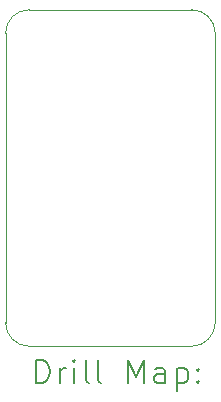
<source format=gbr>
%TF.GenerationSoftware,KiCad,Pcbnew,9.0.3*%
%TF.CreationDate,2025-09-05T20:04:56+02:00*%
%TF.ProjectId,SwitchHolderAdapter,53776974-6368-4486-9f6c-646572416461,rev?*%
%TF.SameCoordinates,Original*%
%TF.FileFunction,Drillmap*%
%TF.FilePolarity,Positive*%
%FSLAX45Y45*%
G04 Gerber Fmt 4.5, Leading zero omitted, Abs format (unit mm)*
G04 Created by KiCad (PCBNEW 9.0.3) date 2025-09-05 20:04:56*
%MOMM*%
%LPD*%
G01*
G04 APERTURE LIST*
%ADD10C,0.050000*%
%ADD11C,0.200000*%
G04 APERTURE END LIST*
D10*
X15175000Y-7350000D02*
G75*
G02*
X15375000Y-7550000I0J-200000D01*
G01*
X13600000Y-7550000D02*
G75*
G02*
X13800000Y-7350000I200000J0D01*
G01*
X15375000Y-10000000D02*
G75*
G02*
X15175000Y-10200000I-200000J0D01*
G01*
X13800000Y-10200000D02*
G75*
G02*
X13600000Y-10000000I0J200000D01*
G01*
X13800000Y-7350000D02*
X15175000Y-7350000D01*
X15375000Y-7550000D02*
X15375000Y-10000000D01*
X13600000Y-10000000D02*
X13600000Y-7550000D01*
X15175000Y-10200000D02*
X13800000Y-10200000D01*
D11*
X13858277Y-10513984D02*
X13858277Y-10313984D01*
X13858277Y-10313984D02*
X13905896Y-10313984D01*
X13905896Y-10313984D02*
X13934467Y-10323508D01*
X13934467Y-10323508D02*
X13953515Y-10342555D01*
X13953515Y-10342555D02*
X13963039Y-10361603D01*
X13963039Y-10361603D02*
X13972562Y-10399698D01*
X13972562Y-10399698D02*
X13972562Y-10428270D01*
X13972562Y-10428270D02*
X13963039Y-10466365D01*
X13963039Y-10466365D02*
X13953515Y-10485412D01*
X13953515Y-10485412D02*
X13934467Y-10504460D01*
X13934467Y-10504460D02*
X13905896Y-10513984D01*
X13905896Y-10513984D02*
X13858277Y-10513984D01*
X14058277Y-10513984D02*
X14058277Y-10380650D01*
X14058277Y-10418746D02*
X14067801Y-10399698D01*
X14067801Y-10399698D02*
X14077324Y-10390174D01*
X14077324Y-10390174D02*
X14096372Y-10380650D01*
X14096372Y-10380650D02*
X14115420Y-10380650D01*
X14182086Y-10513984D02*
X14182086Y-10380650D01*
X14182086Y-10313984D02*
X14172562Y-10323508D01*
X14172562Y-10323508D02*
X14182086Y-10333031D01*
X14182086Y-10333031D02*
X14191610Y-10323508D01*
X14191610Y-10323508D02*
X14182086Y-10313984D01*
X14182086Y-10313984D02*
X14182086Y-10333031D01*
X14305896Y-10513984D02*
X14286848Y-10504460D01*
X14286848Y-10504460D02*
X14277324Y-10485412D01*
X14277324Y-10485412D02*
X14277324Y-10313984D01*
X14410658Y-10513984D02*
X14391610Y-10504460D01*
X14391610Y-10504460D02*
X14382086Y-10485412D01*
X14382086Y-10485412D02*
X14382086Y-10313984D01*
X14639229Y-10513984D02*
X14639229Y-10313984D01*
X14639229Y-10313984D02*
X14705896Y-10456841D01*
X14705896Y-10456841D02*
X14772562Y-10313984D01*
X14772562Y-10313984D02*
X14772562Y-10513984D01*
X14953515Y-10513984D02*
X14953515Y-10409222D01*
X14953515Y-10409222D02*
X14943991Y-10390174D01*
X14943991Y-10390174D02*
X14924943Y-10380650D01*
X14924943Y-10380650D02*
X14886848Y-10380650D01*
X14886848Y-10380650D02*
X14867801Y-10390174D01*
X14953515Y-10504460D02*
X14934467Y-10513984D01*
X14934467Y-10513984D02*
X14886848Y-10513984D01*
X14886848Y-10513984D02*
X14867801Y-10504460D01*
X14867801Y-10504460D02*
X14858277Y-10485412D01*
X14858277Y-10485412D02*
X14858277Y-10466365D01*
X14858277Y-10466365D02*
X14867801Y-10447317D01*
X14867801Y-10447317D02*
X14886848Y-10437793D01*
X14886848Y-10437793D02*
X14934467Y-10437793D01*
X14934467Y-10437793D02*
X14953515Y-10428270D01*
X15048753Y-10380650D02*
X15048753Y-10580650D01*
X15048753Y-10390174D02*
X15067801Y-10380650D01*
X15067801Y-10380650D02*
X15105896Y-10380650D01*
X15105896Y-10380650D02*
X15124943Y-10390174D01*
X15124943Y-10390174D02*
X15134467Y-10399698D01*
X15134467Y-10399698D02*
X15143991Y-10418746D01*
X15143991Y-10418746D02*
X15143991Y-10475889D01*
X15143991Y-10475889D02*
X15134467Y-10494936D01*
X15134467Y-10494936D02*
X15124943Y-10504460D01*
X15124943Y-10504460D02*
X15105896Y-10513984D01*
X15105896Y-10513984D02*
X15067801Y-10513984D01*
X15067801Y-10513984D02*
X15048753Y-10504460D01*
X15229705Y-10494936D02*
X15239229Y-10504460D01*
X15239229Y-10504460D02*
X15229705Y-10513984D01*
X15229705Y-10513984D02*
X15220182Y-10504460D01*
X15220182Y-10504460D02*
X15229705Y-10494936D01*
X15229705Y-10494936D02*
X15229705Y-10513984D01*
X15229705Y-10390174D02*
X15239229Y-10399698D01*
X15239229Y-10399698D02*
X15229705Y-10409222D01*
X15229705Y-10409222D02*
X15220182Y-10399698D01*
X15220182Y-10399698D02*
X15229705Y-10390174D01*
X15229705Y-10390174D02*
X15229705Y-10409222D01*
M02*

</source>
